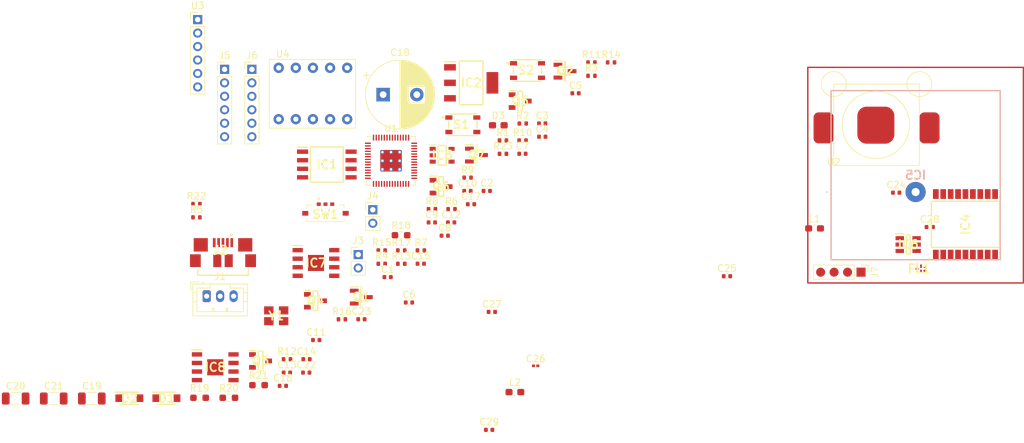
<source format=kicad_pcb>
(kicad_pcb (version 20211014) (generator pcbnew)
  (layers (0 "F.Cu" signal) (31 "B.Cu" signal) (34 "B.Paste" user) (35 "F.Paste" user) (36 "B.SilkS" user "B.Silkscreen") (37 "F.SilkS" user "F.Silkscreen") (38 "B.Mask" user) (39 "F.Mask" user) (44 "Edge.Cuts" user))
  (net 0 "")
  (net 1 "+1V1")
  (net 2 "GND")
  (net 3 "Net-(C2-Pad1)")
  (net 4 "Net-(C5-Pad1)")
  (net 5 "+3V3")
  (net 6 "/+7V4")
  (net 7 "/V_REG")
  (net 8 "Net-(C22-Pad2)")
  (net 9 "+1V8")
  (net 10 "Net-(C24-Pad1)")
  (net 11 "GND2")
  (net 12 "Net-(C25-Pad2)")
  (net 13 "Net-(C26-Pad1)")
  (net 14 "Net-(C27-Pad1)")
  (net 15 "Net-(C27-Pad2)")
  (net 16 "Net-(C28-Pad1)")
  (net 17 "Net-(C28-Pad2)")
  (net 18 "/VBUS")
  (net 19 "Net-(D3-Pad2)")
  (net 20 "/QSPI_SS")
  (net 21 "/QSPI_SD1")
  (net 22 "/QSPI_SD2")
  (net 23 "/QSPI_SD0")
  (net 24 "/QSPI_SCLK")
  (net 25 "/QSPI_SD3")
  (net 26 "/GPIO5_GNSS_RX")
  (net 27 "/GPIO4_GNSS_TX")
  (net 30 "+3V0")
  (net 37 "Net-(IC6-Pad1)")
  (net 38 "GND3")
  (net 39 "/GPIO13_MO_A_2")
  (net 40 "Net-(IC7-Pad6)")
  (net 41 "Net-(IC7-Pad7)")
  (net 42 "Net-(IC7-Pad8)")
  (net 44 "/GPIO14_MO_B_1")
  (net 45 "/GPIO15_MO_B_2")
  (net 46 "Net-(IC8-Pad6)")
  (net 47 "Net-(IC8-Pad7)")
  (net 48 "Net-(IC8-Pad8)")
  (net 50 "GND1")
  (net 51 "/USB_D-")
  (net 52 "/USB_D+")
  (net 54 "Net-(J3-Pad2)")
  (net 55 "Net-(J4-Pad2)")
  (net 56 "/GPIO21_MOE_A_1")
  (net 57 "/GPIO20_MOE_A_2")
  (net 58 "/GPIO22_MOE_B_1")
  (net 59 "/GPIO23_MOE_B_2")
  (net 60 "Net-(Q1-Pad1)")
  (net 61 "Net-(Q2-Pad1)")
  (net 62 "/IMU_SCLK")
  (net 63 "/GPIO18_M_SCK")
  (net 64 "/IMU_SDI")
  (net 65 "/GPIO19_M_SDI_RX")
  (net 66 "/IMU_SDO")
  (net 67 "/GPIO16_M_SDO_TX")
  (net 68 "/IMU_CS")
  (net 69 "/GPIO17_M_CS")
  (net 70 "Net-(Q7-Pad1)")
  (net 71 "/~{USB_BOOT}")
  (net 72 "/XOUT")
  (net 73 "Net-(R4-Pad2)")
  (net 74 "Net-(R5-Pad2)")
  (net 75 "Net-(R6-Pad2)")
  (net 76 "/GPIO25_LED")
  (net 77 "/GPIO3_Nichrome")
  (net 78 "/GPIO24_Nichrome")
  (net 79 "/RUN")
  (net 80 "/GPIO0")
  (net 81 "/GPIO1")
  (net 82 "/GPIO2_ToF_RST")
  (net 83 "/GPIO6")
  (net 84 "/GPIO7")
  (net 85 "/GPIO8_ToF_SDA")
  (net 86 "/GPIO9_ToF_SCL")
  (net 87 "/GPIO10")
  (net 88 "/GPIO11")
  (net 89 "/GPIO12_MO_A_1")
  (net 90 "/XIN")
  (net 91 "/SWCLK")
  (net 92 "/SWD")
  (net 93 "/GPIO20_MOE_A_1")
  (net 94 "/GPIO21_MOE_A_2")
  (net 95 "/GPIO26_ADC0")
  (net 96 "/GPIO27_ADC1")
  (net 97 "/GPIO28_ADC2")
  (net 98 "/GPIO29_ADC3")
  (footprint "Capacitor_SMD:C_0402_1005Metric" (layer "F.Cu") (at 96.11 49.984)
    (fp_text reference "C8" (at 0 -1.16) (layer "F.SilkS"))
    (fp_text value "100n")
    (pad "1" smd roundrect (at -0.48 0) (size 0.56 0.62) (layers "F.Cu" "F.Paste" "F.Mask") (net 5 "+3V3"))
    (pad "2" smd roundrect (at 0.48 0) (size 0.56 0.62) (layers "F.Cu" "F.Paste" "F.Mask") (net 2 "GND"))
  )
  (footprint "Capacitor_SMD:C_0402_1005Metric" (layer "F.Cu") (at 163.12 43.6)
    (fp_text reference "C24" (at 0 -1.16) (layer "F.SilkS"))
    (fp_text value "1p")
    (pad "1" smd roundrect (at -0.48 0) (size 0.56 0.62) (layers "F.Cu" "F.Paste" "F.Mask") (net 10 "Net-(C24-Pad1)"))
    (pad "2" smd roundrect (at 0.48 0) (size 0.56 0.62) (layers "F.Cu" "F.Paste" "F.Mask") (net 11 "GND2"))
  )
  (footprint "Resistor_SMD:R_0402_1005Metric" (layer "F.Cu") (at 117.89 24.264)
    (fp_text reference "R11" (at 0 -1.17) (layer "F.SilkS"))
    (fp_text value "10k")
    (pad "1" smd roundrect (at -0.51 0) (size 0.54 0.64) (layers "F.Cu" "F.Paste" "F.Mask") (net 5 "+3V3"))
    (pad "2" smd roundrect (at 0.51 0) (size 0.54 0.64) (layers "F.Cu" "F.Paste" "F.Mask") (net 65 "/GPIO19_M_SDI_RX"))
  )
  (footprint "SamacSys_Parts:SOIC127P600X175-9N" (layer "F.Cu") (at 76.995 54.034)
    (fp_text reference "IC7" (at 0 0) (layer "F.SilkS") (effects (font (size 1.27 1.27) (thickness 0.254))))
    (fp_text value "TB67H450FNG,EL" hide)
    (pad "1" smd rect locked (at -2.712 -1.905 90) (size 0.65 1.525) (layers "F.Cu" "F.Paste" "F.Mask") (net 38 "GND3"))
    (pad "2" smd rect locked (at -2.712 -0.635 90) (size 0.65 1.525) (layers "F.Cu" "F.Paste" "F.Mask") (net 39 "/GPIO13_MO_A_2"))
    (pad "3" smd rect locked (at -2.712 0.635 90) (size 0.65 1.525) (layers "F.Cu" "F.Paste" "F.Mask") (net 39 "/GPIO13_MO_A_2"))
    (pad "4" smd rect locked (at -2.712 1.905 90) (size 0.65 1.525) (layers "F.Cu" "F.Paste" "F.Mask") (net 5 "+3V3"))
    (pad "5" smd rect locked (at 2.712 1.905 90) (size 0.65 1.525) (layers "F.Cu" "F.Paste" "F.Mask") (net 6 "/+7V4"))
    (pad "6" smd rect locked (at 2.712 0.635 90) (size 0.65 1.525) (layers "F.Cu" "F.Paste" "F.Mask") (net 40 "Net-(IC7-Pad6)"))
    (pad "7" smd rect locked (at 2.712 -0.635 90) (size 0.65 1.525) (layers "F.Cu" "F.Paste" "F.Mask") (net 41 "Net-(IC7-Pad7)"))
    (pad "8" smd rect locked (at 2.712 -1.905 90) (size 0.65 1.525) (layers "F.Cu" "F.Paste" "F.Mask") (net 42 "Net-(IC7-Pad8)"))
    (pad "9" smd rect locked (at 0 0) (size 2.39 2.39) (layers "F.Cu" "F.Paste" "F.Mask"))
  )
  (footprint "SamacSys_Parts:SOIC127P790X216-8N" (layer "F.Cu") (at 78.605 39.419)
    (fp_text reference "IC1" (at 0 0) (layer "F.SilkS") (effects (font (size 1.27 1.27) (thickness 0.254))))
    (fp_text value "W25Q128JVSIQ" hide)
    (pad "1" smd rect locked (at -3.6 -1.905 90) (size 0.65 1.65) (layers "F.Cu" "F.Paste" "F.Mask") (net 20 "/QSPI_SS"))
    (pad "2" smd rect locked (at -3.6 -0.635 90) (size 0.65 1.65) (layers "F.Cu" "F.Paste" "F.Mask") (net 21 "/QSPI_SD1"))
    (pad "3" smd rect locked (at -3.6 0.635 90) (size 0.65 1.65) (layers "F.Cu" "F.Paste" "F.Mask") (net 22 "/QSPI_SD2"))
    (pad "4" smd rect locked (at -3.6 1.905 90) (size 0.65 1.65) (layers "F.Cu" "F.Paste" "F.Mask") (net 2 "GND"))
    (pad "5" smd rect locked (at 3.6 1.905 90) (size 0.65 1.65) (layers "F.Cu" "F.Paste" "F.Mask") (net 23 "/QSPI_SD0"))
    (pad "6" smd rect locked (at 3.6 0.635 90) (size 0.65 1.65) (layers "F.Cu" "F.Paste" "F.Mask") (net 24 "/QSPI_SCLK"))
    (pad "7" smd rect locked (at 3.6 -0.635 90) (size 0.65 1.65) (layers "F.Cu" "F.Paste" "F.Mask") (net 25 "/QSPI_SD3"))
    (pad "8" smd rect locked (at 3.6 -1.905 90) (size 0.65 1.65) (layers "F.Cu" "F.Paste" "F.Mask") (net 5 "+3V3"))
  )
  (footprint "Capacitor_SMD:C_0402_1005Metric" (layer "F.Cu") (at 110.58 33.324)
    (fp_text reference "C3" (at 0 -1.16) (layer "F.SilkS"))
    (fp_text value "100n")
    (pad "1" smd roundrect (at -0.48 0) (size 0.56 0.62) (layers "F.Cu" "F.Paste" "F.Mask") (net 1 "+1V1"))
    (pad "2" smd roundrect (at 0.48 0) (size 0.56 0.62) (layers "F.Cu" "F.Paste" "F.Mask") (net 2 "GND"))
  )
  (footprint "Capacitor_SMD:C_1206_3216Metric" (layer "F.Cu") (at 32.42 74.154)
    (fp_text reference "C20" (at 0 -1.85) (layer "F.SilkS"))
    (fp_text value "100u")
    (pad "1" smd roundrect (at -1.475 0) (size 1.15 1.8) (layers "F.Cu" "F.Paste" "F.Mask") (roundrect_rratio 0.217391) (net 5 "+3V3"))
    (pad "2" smd roundrect (at 1.475 0) (size 1.15 1.8) (layers "F.Cu" "F.Paste" "F.Mask") (roundrect_rratio 0.217391) (net 2 "GND"))
  )
  (footprint "Resistor_SMD:R_0402_1005Metric" (layer "F.Cu") (at 72.7 68.324)
    (fp_text reference "R12" (at 0 -1.17) (layer "F.SilkS"))
    (fp_text value "10k")
    (pad "1" smd roundrect (at -0.51 0) (size 0.54 0.64) (layers "F.Cu" "F.Paste" "F.Mask") (net 5 "+3V3"))
    (pad "2" smd roundrect (at 0.51 0) (size 0.54 0.64) (layers "F.Cu" "F.Paste" "F.Mask") (net 67 "/GPIO16_M_SDO_TX"))
  )
  (footprint "SamacSys_Parts:SMT_4.2X3.2_" (layer "F.Cu") (at 108.39437 25.469)
    (fp_text reference "S2" (at -0.23333 -0.0507) (layer "F.SilkS") (effects (font (size 1.27 1.27) (thickness 0.254))))
    (fp_text value "SKRPACE010" hide)
    (pad "1" smd rect locked (at -2.075 -1.075 90) (size 0.65 1.05) (layers "F.Cu" "F.Paste" "F.Mask") (net 79 "/RUN"))
    (pad "2" smd rect locked (at 2.075 -1.075 90) (size 0.65 1.05) (layers "F.Cu" "F.Paste" "F.Mask") (net 79 "/RUN"))
    (pad "3" smd rect locked (at -2.075 1.075 90) (size 0.65 1.05) (layers "F.Cu" "F.Paste" "F.Mask") (net 2 "GND"))
    (pad "4" smd rect locked (at 2.075 1.075 90) (size 0.65 1.05) (layers "F.Cu" "F.Paste" "F.Mask") (net 2 "GND"))
  )
  (footprint "Resistor_SMD:R_0402_1005Metric" (layer "F.Cu") (at 104.75 37.834)
    (fp_text reference "R23" (at 0 -1.17) (layer "F.SilkS"))
    (fp_text value "10k")
    (pad "1" smd roundrect (at -0.51 0) (size 0.54 0.64) (layers "F.Cu" "F.Paste" "F.Mask") (net 70 "Net-(Q7-Pad1)"))
    (pad "2" smd roundrect (at 0.51 0) (size 0.54 0.64) (layers "F.Cu" "F.Paste" "F.Mask") (net 2 "GND"))
  )
  (footprint "Resistor_SMD:R_0402_1005Metric" (layer "F.Cu") (at 89.66 54.154)
    (fp_text reference "R13" (at 0 -1.17) (layer "F.SilkS"))
    (fp_text value "10k")
    (pad "1" smd roundrect (at -0.51 0) (size 0.54 0.64) (layers "F.Cu" "F.Paste" "F.Mask") (net 5 "+3V3"))
    (pad "2" smd roundrect (at 0.51 0) (size 0.54 0.64) (layers "F.Cu" "F.Paste" "F.Mask") (net 69 "/GPIO17_M_CS"))
  )
  (footprint "Resistor_SMD:R_0402_1005Metric" (layer "F.Cu") (at 97.12 46.034)
    (fp_text reference "R6" (at 0 -1.17) (layer "F.SilkS"))
    (fp_text value "27")
    (pad "1" smd roundrect (at -0.51 0) (size 0.54 0.64) (layers "F.Cu" "F.Paste" "F.Mask") (net 51 "/USB_D-"))
    (pad "2" smd roundrect (at 0.51 0) (size 0.54 0.64) (layers "F.Cu" "F.Paste" "F.Mask") (net 75 "Net-(R6-Pad2)"))
  )
  (footprint "Connector_PinHeader_2.00mm:PinHeader_1x02_P2.00mm_Vertical" (layer "F.Cu") (at 85.43 46.134)
    (fp_text reference "J4" (at 0 -2.06) (layer "F.SilkS"))
    (fp_text value "Conn_01x02_Male")
    (pad "1" thru_hole rect (at 0 0) (size 1.35 1.35) (drill 0.8) (layers *.Cu *.Mask) (net 6 "/+7V4"))
    (pad "2" thru_hole oval (at 0 2) (size 1.35 1.35) (drill 0.8) (layers *.Cu *.Mask) (net 55 "Net-(J4-Pad2)"))
  )
  (footprint "Connector_PinHeader_2.00mm:PinHeader_1x06_P2.00mm_Vertical" (layer "F.Cu") (at 67.48 25.294)
    (fp_text reference "J6" (at 0 -2.06) (layer "F.SilkS"))
    (fp_text value "Conn_01x06_Female")
    (pad "1" thru_hole rect (at 0 0) (size 1.35 1.35) (drill 0.8) (layers *.Cu *.Mask) (net 44 "/GPIO14_MO_B_1"))
    (pad "2" thru_hole oval (at 0 2) (size 1.35 1.35) (drill 0.8) (layers *.Cu *.Mask) (net 45 "/GPIO15_MO_B_2"))
    (pad "3" thru_hole oval (at 0 4) (size 1.35 1.35) (drill 0.8) (layers *.Cu *.Mask) (net 5 "+3V3"))
    (pad "4" thru_hole oval (at 0 6) (size 1.35 1.35) (drill 0.8) (layers *.Cu *.Mask) (net 58 "/GPIO22_MOE_B_1"))
    (pad "5" thru_hole oval (at 0 8) (size 1.35 1.35) (drill 0.8) (layers *.Cu *.Mask) (net 59 "/GPIO23_MOE_B_2"))
    (pad "6" thru_hole oval (at 0 10) (size 1.35 1.35) (drill 0.8) (layers *.Cu *.Mask) (net 2 "GND"))
  )
  (footprint "SamacSys_Parts:SOT95P240X120-3N" (layer "F.Cu") (at 95.57 42.704)
    (fp_text reference "Q6" (at 0 0) (layer "F.SilkS") (effects (font (size 1.27 1.27) (thickness 0.254))))
    (fp_text value "BSS138" hide)
    (pad "1" smd rect locked (at -1.2 -0.95 90) (size 0.7 1) (layers "F.Cu" "F.Paste" "F.Mask") (net 9 "+1V8"))
    (pad "2" smd rect locked (at -1.2 0.95 90) (size 0.7 1) (layers "F.Cu" "F.Paste" "F.Mask") (net 68 "/IMU_CS"))
    (pad "3" smd rect locked (at 1.2 0 90) (size 0.7 1) (layers "F.Cu" "F.Paste" "F.Mask") (net 69 "/GPIO17_M_CS"))
  )
  (footprint "Capacitor_SMD:C_0402_1005Metric" (layer "F.Cu") (at 77.03 65.474)
    (fp_text reference "C11" (at 0 -1.16) (layer "F.SilkS"))
    (fp_text value "100n")
    (pad "1" smd roundrect (at -0.48 0) (size 0.56 0.62) (layers "F.Cu" "F.Paste" "F.Mask") (net 5 "+3V3"))
    (pad "2" smd roundrect (at 0.48 0) (size 0.56 0.62) (layers "F.Cu" "F.Paste" "F.Mask") (net 2 "GND"))
  )
  (footprint "Inductor_SMD:L_0603_1608Metric_Pad1.05x0.95mm_HandSolder" (layer "F.Cu") (at 151 48.9)
    (fp_text reference "L1" (at 0 -1.43) (layer "F.SilkS"))
    (fp_text value "5.6n")
    (pad "1" smd roundrect (at -0.875 0) (size 1.05 0.95) (layers "F.Cu" "F.Paste" "F.Mask") (net 12 "Net-(C25-Pad2)"))
    (pad "2" smd roundrect (at 0.875 0) (size 1.05 0.95) (layers "F.Cu" "F.Paste" "F.Mask") (net 37 "Net-(IC6-Pad1)"))
  )
  (footprint "Connector_JST:JST_PH_B3B-PH-K_1x03_P2.00mm_Vertical" (layer "F.Cu") (at 60.77 58.964)
    (fp_text reference "J1" (at 2 -2.9) (layer "F.SilkS"))
    (fp_text value "Conn_01x02_Male")
    (pad "1" thru_hole roundrect (at 0 0) (size 1.2 1.75) (drill 0.75) (layers *.Cu *.Mask) (roundrect_rratio 0.208333) (net 6 "/+7V4"))
    (pad "2" thru_hole oval (at 2 0) (size 1.2 1.75) (drill 0.75) (layers *.Cu *.Mask))
    (pad "3" thru_hole oval (at 4 0) (size 1.2 1.75) (drill 0.75) (layers *.Cu *.Mask) (net 50 "GND1"))
  )
  (footprint "Connector_PinHeader_2.00mm:PinHeader_1x02_P2.00mm_Vertical" (layer "F.Cu") (at 83.27 52.784)
    (fp_text reference "J3" (at 0 -2.06) (layer "F.SilkS"))
    (fp_text value "Conn_01x02_Male")
    (pad "1" thru_hole rect (at 0 0) (size 1.35 1.35) (drill 0.8) (layers *.Cu *.Mask) (net 6 "/+7V4"))
    (pad "2" thru_hole oval (at 0 2) (size 1.35 1.35) (drill 0.8) (layers *.Cu *.Mask) (net 54 "Net-(J3-Pad2)"))
  )
  (footprint "SamacSys_Parts:SOT95P240X120-3N" (layer "F.Cu") (at 76.92 59.644)
    (fp_text reference "Q4" (at 0 0) (layer "F.SilkS") (effects (font (size 1.27 1.27) (thickness 0.254))))
    (fp_text value "BSS138" hide)
    (pad "1" smd rect locked (at -1.2 -0.95 90) (size 0.7 1) (layers "F.Cu" "F.Paste" "F.Mask") (net 9 "+1V8"))
    (pad "2" smd rect locked (at -1.2 0.95 90) (size 0.7 1) (layers "F.Cu" "F.Paste" "F.Mask") (net 64 "/IMU_SDI"))
    (pad "3" smd rect locked (at 1.2 0 90) (size 0.7 1) (layers "F.Cu" "F.Paste" "F.Mask") (net 65 "/GPIO19_M_SDI_RX"))
  )
  (footprint "SamacSys_Parts:ZX62R-B-5P_30_" (layer "F.Cu") (at 63.195 55.844)
    (fp_text reference "J2" (at -0.386 -3.695) (layer "F.SilkS") (effects (font (size 1.27 1.27) (thickness 0.254))))
    (fp_text value "USB_B_Micro" hide)
    (pad "1" smd rect locked (at 1.3 -4.825) (size 0.4 1.35) (layers "F.Cu" "F.Paste" "F.Mask") (net 18 "/VBUS"))
    (pad "2" smd rect locked (at 0.65 -4.825) (size 0.4 1.35) (layers "F.Cu" "F.Paste" "F.Mask") (net 51 "/USB_D-"))
    (pad "3" smd rect locked (at 0 -4.825) (size 0.4 1.35) (layers "F.Cu" "F.Paste" "F.Mask") (net 52 "/USB_D+"))
    (pad "4" smd rect locked (at -0.65 -4.825) (size 0.4 1.35) (layers "F.Cu" "F.Paste" "F.Mask"))
    (pad "5" smd rect locked (at -1.3 -4.825) (size 0.4 1.35) (layers "F.Cu" "F.Paste" "F.Mask") (net 2 "GND"))
    (pad "6" smd rect locked (at -3.3 -4.5 90) (size 2 2.1) (layers "F.Cu" "F.Paste" "F.Mask"))
    (pad "7" smd rect locked (at 3.3 -4.5 90) (size 2 2.1) (layers "F.Cu" "F.Paste" "F.Mask"))
    (pad "8" smd rect locked (at -4.1 -2.15) (size 1.6 1.9) (layers "F.Cu" "F.Paste" "F.Mask") (net 2 "GND"))
    (pad "9" smd rect locked (at 4.1 -2.15) (size 1.6 1.9) (layers "F.Cu" "F.Paste" "F.Mask"))
    (pad "10" smd rect locked (at -0.85 -2.15) (size 1.2 1.9) (layers "F.Cu" "F.Paste" "F.Mask"))
    (pad "11" smd rect locked (at 0.85 -2.15) (size 1.2 1.9) (layers "F.Cu" "F.Paste" "F.Mask"))
  )
  (footprint "Capacitor_SMD:C_0402_1005Metric" (layer "F.Cu") (at 103.1 61.3)
    (fp_text reference "C27" (at 0 -1.16) (layer "F.SilkS"))
    (fp_text value "120p")
    (pad "1" smd roundrect (at -0.48 0) (size 0.56 0.62) (layers "F.Cu" "F.Paste" "F.Mask") (net 14 "Net-(C27-Pad1)"))
    (pad "2" smd roundrect (at 0.48 0) (size 0.56 0.62) (layers "F.Cu" "F.Paste" "F.Mask") (net 15 "Net-(C27-Pad2)"))
  )
  (footprint "Capacitor_SMD:C_0402_1005Metric" (layer "F.Cu") (at 72.08 72.274)
    (fp_text reference "C16" (at 0 -1.16) (layer "F.SilkS"))
    (fp_text value "1u")
    (pad "1" smd roundrect (at -0.48 0) (size 0.56 0.62) (layers "F.Cu" "F.Paste" "F.Mask") (net 5 "+3V3"))
    (pad "2" smd roundrect (at 0.48 0) (size 0.56 0.62) (layers "F.Cu" "F.Paste" "F.Mask") (net 2 "GND"))
  )
  (footprint "Resistor_SMD:R_0603_1608Metric_Pad0.98x0.95mm_HandSolder" (layer "F.Cu") (at 89.63 49.914)
    (fp_text reference "R18" (at 0 -1.43) (layer "F.SilkS"))
    (fp_text value "R")
    (pad "1" smd roundrect (at -0.9125 0) (size 0.975 0.95) (layers "F.Cu" "F.Paste" "F.Mask") (net 38 "GND3"))
    (pad "2" smd roundrect (at 0.9125 0) (size 0.975 0.95) (layers "F.Cu" "F.Paste" "F.Mask") (net 41 "Net-(IC7-Pad7)"))
  )
  (footprint "Capacitor_THT:CP_Radial_D10.0mm_P5.00mm" (layer "F.Cu") (at 86.964646 29.044)
    (fp_text reference "C18" (at 2.5 -6.25) (layer "F.SilkS"))
    (fp_text value "1000u")
    (pad "1" thru_hole rect (at 0 0) (size 2 2) (drill 1) (layers *.Cu *.Mask) (net 6 "/+7V4"))
    (pad "2" thru_hole circle (at 5 0) (size 2 2) (drill 1) (layers *.Cu *.Mask) (net 2 "GND"))
  )
  (footprint "Resistor_SMD:R_0402_1005Metric" (layer "F.Cu") (at 104.75 35.844)
    (fp_text reference "R1" (at 0 -1.17) (layer "F.SilkS"))
    (fp_text value "10k")
    (pad "1" smd roundrect (at -0.51 0) (size 0.54 0.64) (layers "F.Cu" "F.Paste" "F.Mask") (net 60 "Net-(Q1-Pad1)"))
    (pad "2" smd roundrect (at 0.51 0) (size 0.54 0.64) (layers "F.Cu" "F.Paste" "F.Mask") (net 50 "GND1"))
  )
  (footprint "tanekonsat:ICM-20948_SL" (layer "F.Cu") (at 71.465 35.229)
    (fp_text reference "U4" (at 0.6 -12.2 unlocked) (layer "F.SilkS"))
    (fp_text value "ICM-20948_SL")
    (pad "1" thru_hole circle (at 0 -2.54) (size 1.524 1.524) (drill 0.762) (layers *.Cu *.Mask) (net 9 "+1V8"))
    (pad "2" thru_hole circle (at 2.54 -2.54) (size 1.524 1.524) (drill 0.762) (layers *.Cu *.Mask) (net 9 "+1V8"))
    (pad "3" thru_hole circle (at 5.08 -2.54) (size 1.524 1.524) (drill 0.762) (layers *.Cu *.Mask) (net 62 "/IMU_SCLK"))
    (pad "4" thru_hole circle (at 7.62 -2.54) (size 1.524 1.524) (drill 0.762) (layers *.Cu *.Mask) (net 64 "/IMU_SDI"))
    (pad "5" thru_hole circle (at 10.16 -2.54) (size 1.524 1.524) (drill 0.762) (layers *.Cu *.Mask) (net 66 "/IMU_SDO"))
    (pad "6" thru_hole circle (at 10.16 -10.16) (size 1.524 1.524) (drill 0.762) (layers *.Cu *.Mask) (net 68 "/IMU_CS"))
    (pad "7" thru_hole circle (at 7.62 -10.16) (size 1.524 1.524) (drill 0.762) (layers *.Cu *.Mask))
    (pad "8" thru_hole circle (at 5.08 -10.16) (size 1.524 1.524) (drill 0.762) (layers *.Cu *.Mask))
    (pad "9" thru_hole circle (at 2.54 -10.16) (size 1.524 1.524) (drill 0.762) (layers *.Cu *.Mask) (net 2 "GND"))
    (pad "10" thru_hole circle (at 0 -10.16) (size 1.524 1.524) (drill 0.762) (layers *.Cu *.Mask))
  )
  (footprint "Resistor_SMD:R_0402_1005Metric" (layer "F.Cu") (at 86.75 54.154)
    (fp_text reference "R4" (at 0 -1.17) (layer "F.SilkS"))
    (fp_text value "1k")
    (pad "1" smd roundrect (at -0.51 0) (size 0.54 0.64) (layers "F.Cu" "F.Paste" "F.Mask") (net 72 "/XOUT"))
    (pad "2" smd roundrect (at 0.51 0) (size 0.54 0.64) (layers "F.Cu" "F.Paste" "F.Mask") (net 73 "Net-(R4-Pad2)"))
  )
  (footprint "Resistor_SMD:R_0402_1005Metric" (layer "F.Cu") (at 94.21 46.034)
    (fp_text reference "R8" (at 0 -1.17) (layer "F.SilkS"))
    (fp_text value "1k")
    (pad "1" smd roundrect (at -0.51 0) (size 0.54 0.64) (layers "F.Cu" "F.Paste" "F.Mask") (net 77 "/GPIO3_Nichrome"))
    (pad "2" smd roundrect (at 0.51 0) (size 0.54 0.64) (layers "F.Cu" "F.Paste" "F.Mask") (net 61 "Net-(Q2-Pad1)"))
  )
  (footprint "SamacSys_Parts:SOT230P700X180-4N" (layer "F.Cu") (at 100.035 27.294)
    (fp_text reference "IC2" (at 0 0) (layer "F.SilkS") (effects (font (size 1.27 1.27) (thickness 0.254))))
    (fp_text value "ADP3338AKCZ-3.3-RL" hide)
    (pad "1" smd rect locked (at -3.15 -2.3 90) (size 0.95 1.75) (layers "F.Cu" "F.Paste" "F.Mask") (net 2 "GND"))
    (pad "2" smd rect locked (at -3.15 0 90) (size 0.95 1.75) (layers "F.Cu" "F.Paste" "F.Mask") (net 5 "+3V3"))
    (pad "3" smd rect locked (at -3.15 2.3 90) (size 0.95 1.75) (layers "F.Cu" "F.Paste" "F.Mask") (net 7 "/V_REG"))
    (pad "4" smd rect locked (at 3.15 0) (size 1.75 3.2) (layers "F.Cu" "F.Paste" "F.Mask") (net 5 "+3V3"))
  )
  (footprint "RP2040:RP2040-QFN-56" (layer "F.Cu") (at 88.138 38.862)
    (fp_text reference "U1" (at 0 -4.82) (layer "F.SilkS"))
    (fp_text value "RP2040")
    (pad "1" smd roundrect (at -3.4375 -2.6) (size 0.875 0.2) (layers "F.Cu" "F.Paste" "F.Mask") (net 5 "+3V3"))
    (pad "2" smd roundrect (at -3.4375 -2.2) (size 0.875 0.2) (layers "F.Cu" "F.Paste" "F.Mask") (net 80 "/GPIO0"))
    (pad "3" smd roundrect (at -3.4375 -1.8) (size 0.875 0.2) (layers "F.Cu" "F.Paste" "F.Mask") (net 81 "/GPIO1"))
    (pad "4" smd roundrect (at -3.4375 -1.4) (size 0.875 0.2) (layers "F.Cu" "F.Paste" "F.Mask") (net 82 "/GPIO2_ToF_RST"))
    (pad "5" smd roundrect (at -3.4375 -1) (size 0.875 0.2) (layers "F.Cu" "F.Paste" "F.Mask") (net 77 "/GPIO3_Nichrome"))
    (pad "6" smd roundrect (at -3.4375 -0.6) (size 0.875 0.2) (layers "F.Cu" "F.Paste" "F.Mask") (net 27 "/GPIO4_GNSS_TX"))
    (pad "7" smd roundrect (at -3.4375 -0.2) (size 0.875 0.2) (layers "F.Cu" "F.Paste" "F.Mask") (net 26 "/GPIO5_GNSS_RX"))
    (pad "8" smd roundrect (at -3.4375 0.2) (size 0.875 0.2) (layers "F.Cu" "F.Paste" "F.Mask") (net 83 "/GPIO6"))
    (pad "9" smd roundrect (at -3.4375 0.6) (size 0.875 0.2) (layers "F.Cu" "F.Paste" "F.Mask") (net 84 "/GPIO7"))
    (pad "10" smd roundrect (at -3.4375 1) (size 0.875 0.2) (layers "F.Cu" "F.Paste" "F.Mask") (net 5 "+3V3"))
    (pad "11" smd roundrect (at -3.4375 1.4) (size 0.875 0.2) (layers "F.Cu" "F.Paste" "F.Mask") (net 85 "/GPIO8_ToF_SDA"))
    (pad "12" smd roundrect (at -3.4375 1.8) (size 0.875 0.2) (layers "F.Cu" "F.Paste" "F.Mask") (net 86 "/GPIO9_ToF_SCL"))
    (pad "13" smd roundrect (at -3.4375 2.2) (size 0.875 0.2) (layers "F.Cu" "F.Paste" "F.Mask") (net 87 "/GPIO10"))
    (pad "14" smd roundrect (at -3.4375 2.6) (size 0.875 0.2) (layers "F.Cu" "F.Paste" "F.Mask") (net 88 "/GPIO11"))
    (pad "15" smd roundrect (at -2.6 3.4375) (size 0.2 0.875) (layers "F.Cu" "F.Paste" "F.Mask") (net 89 "/GPIO12_MO_A_1"))
    (pad "16" smd roundrect (at -2.2 3.4375) (size 0.2 0.875) (layers "F.Cu" "F.Paste" "F.Mask") (net 39 "/GPIO13_MO_A_2"))
    (pad "17" smd roundrect (at -1.8 3.4375) (size 0.2 0.875) (layers "F.Cu" "F.Paste" "F.Mask") (net 44 "/GPIO14_MO_B_1"))
    (pad "18" smd roundrect (at -1.4 3.4375) (size 0.2 0.875) (layers "F.Cu" "F.Paste" "F.Mask") (net 45 "/GPIO15_MO_B_2"))
    (pad "19" smd roundrect (at -1 3.4375) (size 0.2 0.875) (layers "F.Cu" "F.Paste" "F.Mask") (net 2 "GND"))
    (pad "20" smd roundrect (at -0.6 3.4375) (size 0.2 0.875) (layers "F.Cu" "F.Paste" "F.Mask") (net 90 "/XIN"))
    (pad "21" smd roundrect (at -0.2 3.4375) (size 0.2 0.875) (layers "F.Cu" "F.Paste" "F.Mask") (net 72 "/XOUT"))
    (pad "22" smd roundrect (at 0.2 3.4375) (size 0.2 0.875) (layers "F.Cu" "F.Paste" "F.Mask") (net 5 "+3V3"))
    (pad "23" smd roundrect (at 0.6 3.4375) (size 0.2 0.875) (layers "F.Cu" "F.Paste" "F.Mask") (net 1 "+1V1"))
    (pad "24" smd roundrect (at 1 3.4375) (size 0.2 0.875) (layers "F.Cu" "F.Paste" "F.Mask") (net 91 "/SWCLK"))
    (pad "25" smd roundrect (at 1.4 3.4375) (size 0.2 0.875) (layers "F.Cu" "F.Paste" "F.Mask") (net 92 "/SWD"))
    (pad "26" smd roundrect (at 1.8 3.4375) (size 0.2 0.875) (layers "F.Cu" "F.Paste" "F.Mask") (net 79 "/RUN"))
    (pad "27" smd roundrect (at 2.2 3.4375) (size 0.2 0.875) (layers "F.Cu" "F.Paste" "F.Mask") (net 67 "/GPIO16_M_SDO_TX"))
    (pad "28" smd roundrect (at 2.6 3.4375) (size 0.2 0.875) (layers "F.Cu" "F.Paste" "F.Mask") (net 69 "/GPIO17_M_CS"))
    (pad "29" smd roundrect (at 3.4375 2.6) (size 0.875 0.2) (layers "F.Cu" "F.Paste" "F.Mask") (net 63 "/GPIO18_M_SCK"))
    (pad "30" smd roundrect (at 3.4375 2.2) (size 0.875 0.2) (layers "F.Cu" "F.Paste" "F.Mask") (net 65 "/GPIO19_M_SDI_RX"))
    (pad "31" smd roundrect (at 3.4375 1.8) (size 0.875 0.2) (layers "F.Cu" "F.Paste" "F.Mask") (net 93 "/GPIO20_MOE_A_1"))
    (pad "32" smd roundrect (at 3.4375 1.4) (size 0.875 0.2) (layers "F.Cu" "F.Paste" "F.Mask") (net 94 "/GPIO21_MOE_A_2"))
    (pad "33" smd roundrect (at 3.4375 1) (size 0.875 0.2) (layers "F.Cu" "F.Paste" "F.Mask") (net 5 "+3V3"))
    (pad "34" smd roundrect (at 3.4375 0.6) (size 0.875 0.2) (layers "F.Cu" "F.Paste" "F.Mask") (net 58 "/GPIO22_MOE_B_1"))
    (pad "35" smd roundrect (at 3.4375 0.2) (size 0.875 0.2) (layers "F.Cu" "F.Paste" "F.Mask") (net 59 "/GPIO23_MOE_B_2"))
    (pad "36" smd roundrect (at 3.4375 -0.2) (size 0.875 0.2) (layers "F.Cu" "F.Paste" "F.Mask") (net 78 "/GPIO24_Nichrome"))
    (pad "37" smd roundrect (at 3.4375 -0.6) (size 0.875 0.2) (layers "F.Cu" "F.Paste" "F.Mask") (net 76 "/GPIO25_LED"))
    (pad "38" smd roundrect (at 3.4375 -1) (size 0.875 0.2) (layers "F.Cu" "F.Paste" "F.Mask") (net 95 "/GPIO26_ADC0"))
    (pad "39" smd roundrect (at 3.4375 -1.4) (size 0.875 0.2) (layers "F.Cu" "F.Paste" "F.Mask") (net 96 "/GPIO27_ADC1"))
    (pad "40" smd roundrect (at 3.4375 -1.8) (size 0.875 0.2) (layers "F.Cu" "F.Paste" "F.Mask") (net 97 "/GPIO28_ADC2"))
    (pad "41" smd roundrect (at 3.4375 -2.2) (size 0.875 0.2) (layers "F.Cu" "F.Paste" "F.Mask") (net 98 "/GPIO29_ADC3"))
    (pad "42" smd roundrect (at 3.4375 -2.6) (size 0.875 0.2) (layers "F.Cu" "F.Paste" "F.Mask") (net 5 "+3V3"))
    (pad "43" smd roundrect (at 2.6 -3.4375) (size 0.2 0.875) (layers "F.Cu" "F.Paste" "F.Mask") (net 5 "+3V3"))
    (pad "44" smd roundrect (at 2.2 -3.4375) (size 0.2 0.875) (layers "F.Cu" "F.Paste" "F.Mask") (net 5 "+3V3"))
    (pad "45" smd roundrect (at 1.8 -3.4375) (size 0.2 0.875) (layers "F.Cu" "F.Paste" "F.Mask") (net 1 "+1V1"))
    (pad "46" smd roundrect (at 1.4 -3.4375) (size 0.2 0.875) (layers "F.Cu" "F.Paste" "F.Mask") (net 75 "Net-(R6-Pad2)"))
    (pad "47" smd roundrect (at 1 -3.4375) (size 0.2 0.875) (layers "F.Cu" "F.Paste" "F.Mask") (net 74 "Net-(R5-Pad2)"))
    (pad "48" smd roundrect (at 0.6 -3.4375) (size 0.2 0.875) (layers "F.Cu" "F.Paste" "F.Mask") (net 5 "+3V3"))
    (pad "49" smd roundrect (at 0.2 -3.4375) (size 0.2 0.875) (layers "F.Cu" "F.Paste" "F.Mask") (net 5 "+3V3"))
    (pad "50" smd roundrect (at -0.2 -3.4375) (size 0.2 0.875) (layers "F.Cu" "F.Paste" "F.Mask") (net 1 "+1V1"))
    (pad "51" smd roundrect (at -0.6 -3.4375) (size 0.2 0.875) (layers "F.Cu" "F.Paste" "F.Mask") (net 25 "/QSPI_SD3"))
    (pad "52" smd roundrect (at -1 -3.4375) (size 0.2 0.875) (layers "F.Cu" "F.Paste" "F.Mask") (net 24 "/QSPI_SCLK"))
    (pad "53" smd roundrect (at -1.4 -3.4375) (size 0.2 0.875) (layers "F.Cu" "F.Paste" "F.Mask") (net 23 "/QSPI_SD0"))
    (pad "54" smd roundrect (at -1.8 -3.4375) (size 0.2 0.875) (layers "F.Cu" "F.Paste" "F.Mask") (net 22 "/QSPI_SD2"))
    (pad "55" smd roundrect (at -2.2 -3.4375) (size 0.2 0.875) (layers "F.Cu" "F.Paste" "F.Mask") (net 21 "/QSPI_SD1"))
    (pad "56" smd roundrect (at -2.6 -3.4375) (size 0.2 0.875) (layers "F.Cu" "F.Paste" "F.Mask") (net 20 "/QSPI_SS"))
    (pad "57" thru_hole circle (at 0 1.275) (size 0.6 0.6) (drill 0.35) (layers *.Cu) (net 2 "GND"))
    (pad "57" thru_hole circle (at -1.275 -1.275) (size 0.6 0.6) (drill 0.35) (layers *.Cu) (net 2 "GND"))
    (pad "57" thru_hole circle (at 0 0) (size 0.6 0.6) (drill 0.35) (layers *.Cu) (net 2 "GND"))
    (pad "57" thru_hole circle (at -1.275 0) (size 0.6 0.6) (drill 0.35) (layers *.Cu) (net 2 "GND"))
    (pad "57" thru_hole circle (at 0 -1.275) (size 0.6 0.6) (drill 0.35) (layers *.Cu) (net 2 "GND"))
    (pad "57" thru_hole circle (at 1.275 -1.275) (size 0.6 0.6) (drill 0.35) (layers *.Cu) (net 2 "GND"))
    (pad "57" thru_hole circle (at 1.275 1.275) (size 0.6 0.6) (drill 0.35) (layers *.Cu) (net 2 "GND"))
    (pad "57" smd roundrect (at 0 0) (size 3.2 3.2) (layers "F.Cu" "F.Mask") (roundrect_rratio 0.045) (net 2 "GND"))
    (pad "57" thru_hole circle (at 1.275 0) (size 0.6 0.6) (drill 0.35) (layers *.Cu) (net 2 "GND"))
    (pad "57" thru_hole circle (at -1.275 1.275) (size 0.6 0.6) (drill 0.35) (layers *.Cu) (net 2 "GND"))
  )
  (footprint "Capacitor_SMD:C_0402_1005Metric" (layer "F.Cu") (at 110.58 35.294)
    (fp_text reference "C4" (at 0 -1.16) (layer "F.SilkS"))
    (fp_text value "1u")
    (pad "1" smd roundrect (at -0.48 0) (size 0.56 0.62) (layers "F.Cu" "F.Paste" "F.Mask") (net 1 "+1V1"))
    (pad "2" smd roundrect (at 0.48 0) (size 0.56 0.62) (layers "F.Cu" "F.Paste" "F.Mask") (net 2 "GND"))
  )
  (footprint "SamacSys_Parts:SOT95P237X112-3N" (layer "F.Cu") (at 100.82 38.014)
    (fp_text reference "Q7" (at 0 0) (layer "F.SilkS") (effects (font (size 1.27 1.27) (thickness 0.254))))
    (fp_text value "Q_NMOS_DGS" hide)
    (pad "1" smd rect locked (at -1.05 -0.95 90) (size 0.6 1.3) (layers "F.Cu" "F.Paste" "F.Mask") (net 70 "Net-(Q7-Pad1)"))
    (pad "2" smd rect locked (at -1.05 0.95 90) (size 0.6 1.3) (layers "F.Cu" "F.Paste" "F.Mask") (net 2 "GND"))
    (pad "3" smd rect locked (at 1.05 0 90) (size 0.6 1.3) (layers "F.Cu" "F.Paste" "F.Mask") (net 55 "Net-(J4-Pad2)"))
  )
  (footprint "SamacSys_Parts:SOT95P280X145-6N" (layer "F.Cu") (at 164.9 51.3)
    (fp_text reference "IC6" (at 0 0) (layer "F.SilkS") (effects (font (size 1.27 1.27) (thickness 0.254))))
    (fp_text value "MAX2641EUT+T" hide)
    (pad "1" smd rect locked (at -1.25 -0.95 90) (size 0.6 1.25) (layers "F.Cu" "F.Paste" "F.Mask") (net 37 "Net-(IC6-Pad1)"))
    (pad "2" smd rect locked (at -1.25 0 90) (size 0.6 1.25) (layers "F.Cu" "F.Paste" "F.Mask") (net 11 "GND2"))
    (pad "3" smd rect locked (at -1.25 0.95 90) (size 0.6 1.25) (layers "F.Cu" "F.Paste" "F.Mask") (net 11 "GND2"))
    (pad "4" smd rect locked (at 1.25 0.95 90) (size 0.6 1.25) (layers "F.Cu" "F.Paste" "F.Mask") (net 16 "Net-(C28-Pad1)"))
    (pad "5" smd rect locked (at 1.25 0 90) (size 0.6 1.25) (layers "F.Cu" "F.Paste" "F.Mask") (net 11 "GND2"))
    (pad "6" smd rect locked (at 1.25 -0.95 90) (size 0.6 1.25) (layers "F.Cu" "F.Paste" "F.Mask") (net 5 "+3V3"))
  )
  (footprint "Capacitor_SMD:C_0402_1005Metric" (layer "F.Cu") (at 99.48 43.344)
    (fp_text reference "C10" (at 0 -1.16) (layer "F.SilkS"))
    (fp_text value "100n")
    (pad "1" smd roundrect (at -0.48 0) (size 0.56 0.62) (layers "F.Cu" "F.Paste" "F.Mask") (net 5 "+3V3"))
    (pad "2" smd roundrect (at 0.48 0) (size 0.56 0.62) (layers "F.Cu" "F.Paste" "F.Mask") (net 2 "GND"))
  )
  (footprint "Resistor_SMD:R_0402_1005Metric" (layer "F.Cu") (at 120.8 24.264)
    (fp_text reference "R14" (at 0 -1.17) (layer "F.SilkS"))
    (fp_text value "10k")
    (pad "1" smd roundrect (at -0.51 0) (size 0.54 0.64) (layers "F.Cu" "F.Paste" "F.Mask") (net 9 "+1V8"))
    (pad "2" smd roundrect (at 0.51 0) (size 0.54 0.64) (layers "F.Cu" "F.Paste" "F.Mask") (net 62 "/IMU_SCLK"))
  )
  (footprint "SamacSys_Parts:SMT_4.2X3.2_" (layer "F.Cu") (at 98.79437 33.519)
    (fp_text reference "S1" (at -0.23333 -0.0507) (layer "F.SilkS") (effects (font (size 1.27 1.27) (thickness 0.254))))
    (fp_text value "SKRPACE010" hide)
    (pad "1" smd rect locked (at -2.075 -1.075 90) (size 0.65 1.05) (layers "F.Cu" "F.Paste" "F.Mask") (net 71 "/~{USB_BOOT}"))
    (pad "2" smd rect locked (at 2.075 -1.075 90) (size 0.65 1.05) (layers "F.Cu" "F.Paste" "F.Mask") (net 71 "/~{USB_BOOT}"))
    (pad "3" smd rect locked (at -2.075 1.075 90) (size 0.65 1.05) (layers "F.Cu" "F.Paste" "F.Mask") (net 2 "GND"))
    (pad "4" smd rect locked (at 2.075 1.075 90) (size 0.65 1.05) (layers "F.Cu" "F.Paste" "F.Mask") (net 2 "GND"))
  )
  (footprint "Resistor_SMD:R_0402_1005Metric" (layer "F.Cu") (at 107.66 35.844)
    (fp_text reference "R10" (at 0 -1.17) (layer "F.SilkS"))
    (fp_text value "10k")
    (pad "1" smd roundrect (at -0.51 0) (size 0.54 0.64) (layers "F.Cu" "F.Paste" "F.Mask") (net 5 "+3V3"))
    (pad "2" smd roundrect (at 0.51 0) (size 0.54 0.64) (layers "F.Cu" "F.Paste" "F.Mask") (net 63 "/GPIO18_M_SCK"))
  )
  (footprint "Capacitor_SMD:C_0402_1005Metric" (layer "F.Cu") (at 75.55 70.304)
    (fp_text reference "C22" (at 0 -1.16) (layer "F.SilkS"))
    (fp_text value "0.01u")
    (pad "1" smd roundrect (at -0.48 0) (size 0.56 0.62) (layers "F.Cu" "F.Paste" "F.Mask") (net 2 "GND"))
    (pad "2" smd roundrect (at 0.48 0) (size 0.56 0.62) (layers "F.Cu" "F.Paste" "F.Mask") (net 8 "Net-(C22-Pad2)"))
  )
  (footprint "Capacitor_SMD:C_0402_1005Metric" (layer "F.Cu") (at 94.19 48.014)
    (fp_text reference "C9" (at 0 -1.16) (layer "F.SilkS"))
    (fp_text value "1u")
    (pad "1" smd roundrect (at -0.48 0) (size 0.56 0.62) (layers "F.Cu" "F.Paste" "F.Mask") (net 5 "+3V3"))
    (pad "2" smd roundrect (at 0.48 0) (size 0.56 0.62) (layers "F.Cu" "F.Paste" "F.Mask") (net 2 "GND"))
  )
  (footprint "SamacSys_Parts:SODFL3618X110N" (layer "F.Cu") (at 54.795 74.104)
    (fp_text reference "D1" (at 0 0) (layer "F.SilkS") (effects (font (size 1.27 1.27) (thickness 0.254))))
    (fp_text value "SS2040FL_R1_00001" hide)
    (pad "1" smd rect locked (at -1.575 0) (size 1 1.13) (layers "F.Cu" "F.Paste" "F.Mask") (net 7 "/V_REG"))
    (pad "2" smd rect locked (at 1.575 0) (size 1 1.13) (layers "F.Cu" "F.Paste" "F.Mask") (net 6 "/+7V4"))
  )
  (footprint "Resistor_SMD:R_0603_1608Metric_Pad0.98x0.95mm_HandSolder" (layer "F.Cu") (at 59.72 74.044)
    (fp_text reference "R19" (at 0 -1.43) (layer "F.SilkS"))
    (fp_text value "R")
    (pad "1" smd roundrect (at -0.9125 0) (size 0.975 0.95) (layers "F.Cu" "F.Paste" "F.Mask") (net 38 "GND3"))
    (pad "2" smd roundrect (at 0.9125 0) (size 0.975 0.95) (layers "F.Cu" "F.Paste" "F.Mask") (net 47 "Net-(IC8-Pad7)"))
  )
  (footprint "SamacSys_Parts:SOIC127P600X175-9N" (layer "F.Cu") (at 62.045 69.514)
    (fp_text reference "IC8" (at 0 0) (layer "F.SilkS") (effects (font (size 1.27 1.27) (thickness 0.254))))
    (fp_text value "TB67H450FNG,EL" hide)
    (pad "1" smd rect locked (at -2.712 -1.905 90) (size 0.65 1.525) (layers "F.Cu" "F.Paste" "F.Mask") (net 38 "GND3"))
    (pad "2" smd rect locked (at -2.712 -0.635 90) (size 0.65 1.525) (layers "F.Cu" "F.Paste" "F.Mask") (net 44 "/GPIO14_MO_B_1"))
    (pad "3" smd rect locked (at -2.712 0.635 90) (size 0.65 1.525) (layers "F.Cu" "F.Paste" "F.Mask") (net 45 "/GPIO15_MO_B_2"))
    (pad "4" smd rect locked (at -2.712 1.905 90) (size 0.65 1.525) (layers "F.Cu" "F.Paste" "F.Mask") (net 5 "+3V3"))
    (pad "5" smd rect locked (at 2.712 1.905 90) (size 0.65 1.525) (layers "F.Cu" "F.Paste" "F.Mask") (net 6 "/+7V4"))
    (pad "6" smd rect locked (at 2.712 0.635 90) (size 0.65 1.525) (layers "F.Cu" "F.Paste" "F.Mask") (net 46 "Net-(IC8-Pad6)"))
    (pad "7" smd rect locked (at 2.712 -0.635 90) (size 0.65 1.525) (layers "F.Cu" "F.Paste" "F.Mask") (net 47 "Net-(IC8-Pad7)"))
    (pad "8" smd rect locked (at 2.712 -1.905 90) (size 0.65 1.525) (layers "F.Cu" "F.Paste" "F.Mask") (net 48 "Net-(IC8-Pad8)"))
    (pad "9" smd rect locked (at 0 0) (size 2.39 2.39) (layers "F.Cu" "F.Paste" "F.Mask"))
  )
  (footprint "Capacitor_SMD:C_0402_1005Metric" (layer "F.Cu") (at 90.8 59.9)
    (fp_text reference "C6" (at 0 -1.16) (layer "F.SilkS"))
    (fp_text value "100n")
    (pad "1" smd roundrect (at -0.48 0) (size 0.56 0.62) (layers "F.Cu" "F.Paste" "F.Mask") (net 5 "+3V3"))
    (pad "2" smd roundrect (at 0.48 0) (size 0.56 0.62) (layers "F.Cu" "F.Paste" "F.Mask") (net 2 "GND"))
  )
  (footprint "Resistor_SMD:R_0402_1005Metric" (layer "F.Cu") (at 89.66 52.164)
    (fp_text reference "R17" (at 0 -1.17) (layer "F.SilkS"))
    (fp_text value "10k")
    (pad "1" smd roundrect (at -0.51 0) (size 0.54 0.64) (layers "F.Cu" "F.Paste" "F.Mask") (net 9 "+1V8"))
    (pad "2" smd roundrect (at 0.51 0) (size 0.54 0.64) (layers "F.Cu" "F.Paste" "F.Mask") (net 68 "/IMU_CS"))
  )
  (footprint "SamacSys_Parts:SOT95P237X112-3N" (layer "F.Cu") (at 83.72 59.104)
    (fp_text reference "Q1" (at 0 0) (layer "F.SilkS") (effects (font (size 1.27 1.27) (thickness 0.254))))
    (fp_text value "Q_NMOS_DGS" hide)
    (pad "1" smd rect locked (at -1.05 -0.95 90) (size 0.6 1.3) (layers "F.Cu" "F.Paste" "F.Mask") (net 60 "Net-(Q1-Pad1)"))
    (pad "2" smd rect locked (at -1.05 0.95 90) (size 0.6 1.3) (layers "F.Cu" "F.Paste" "F.Mask") (net 50 "GND1"))
    (pad "3" smd rect locked (at 1.05 0 90) (size 0.6 1.3) (layers "F.Cu" "F.Paste" "F.Mask") (net 2 "GND"))
  )
  (footprint "SamacSys_Parts:SSAJ120100" (layer "F.Cu") (at 78.405 46.659)
    (fp_text reference "SW1" (at 0 0.15) (layer "F.SilkS") (effects (font (size 1.27 1.27) (thickness 0.254))))
    (fp_text value "SW_DIP_x01" hide)
    (pad "1" smd rect locked (at -1 -1.355 90) (size 0.51 0.6) (layers "F.Cu" "F.Paste" "F.Mask"))
    (pad "2" smd rect locked (at 1 -1.355 90) (size 0.51 0.6) (layers "F.Cu" "F.Paste" "F.Mask") (net 6 "/+7V4"))
    (pad "C1" smd rect locked (at 0 -1.355 90) (size 0.51 0.6) (layers "F.Cu" "F.Paste" "F.Mask") (net 60 "Net-(Q1-Pad1)"))
    (pad "MP1" smd rect locked (at -3 0 90) (size 0.7 0.9) (layers "F.Cu" "F.Paste" "F.Mask"))
    (pad "MP2" smd rect locked (at 3 0 90) (size 0.7 0.9) (layers "F.Cu" "F.Paste" "F.Mask"))
  )
  (footprint "Capacitor_SMD:C_0402_1005Metric" (layer "F.Cu") (at 102.7 78.8)
    (fp_text reference "C29" (at 0 -1.16) (layer "F.SilkS"))
    (fp_text value "470p")
    (pad "1" smd roundrect (at -0.48 0) (size 0.56 0.62) (layers "F.Cu" "F.Paste" "F.Mask") (net 5 "+3V3"))
    (pad "2" smd roundrect (at 0.48 0) (size 0.56 0.62) (layers "F.Cu" "F.Paste" "F.Mask") (net 5 "+3V3"))
  )
  (footprint "Inductor_SMD:L_0603_1608Metric_Pad1.05x0.95mm_HandSolder" (layer "F.Cu") (at 106.525 73.2)
    (fp_text reference "L2" (at 0 -1.43) (layer "F.SilkS"))
    (fp_text value "6.8n")
    (pad "1" smd roundrect (at -0.875 0) (size 1.05 0.95) (layers "F.Cu" "F.Paste" "F.Mask") (net 17 "Net-(C28-Pad2)"))
    (pad "2" smd roundrect (at 0.875 0) (size 1.05 0.95) (layers "F.Cu" "F.Paste" "F.Mask") (net 11 "GND2"))
  )
  (footprint "Capacitor_SMD:C_0402_1005Metric" (layer "F.Cu") (at 168.1 48.7)
    (fp_text reference "C28" (at 0 -1.16) (layer "F.SilkS"))
    (fp_text value "100p")
    (pad "1" smd roundrect (at -0.48 0) (size 0.56 0.62) (layers "F.Cu" "F.Paste" "F.Mask") (net 16 "Net-(C28-Pad1)"))
    (pad "2" smd roundrect (at 0.48 0) (size 0.56 0.62) (layers "F.Cu" "F.Paste" "F.Mask") (net 17 "Net-(C28-Pad2)"))
  )
  (footprint "SamacSys_Parts:SODFL3618X110N" (layer "F.Cu") (at 49.295 74.104)
    (fp_text reference "D2" (at 0 0) (layer "F.SilkS") (effects (font (size 1.27 1.27) (thickness 0.254))))
    (fp_text value "SS2040FL_R1_00001" hide)
    (pad "1" smd rect locked (at -1.575 0) (size 1 1.13) (layers "F.Cu" "F.Paste" "F.Mask") (net 7 "/V_REG"))
    (pad "2" smd rect locked (at 1.575 0) (size 1 1.13) (layers "F.Cu" "F.Paste" "F.Mask") (net 18 "/VBUS"))
  )
  (footprint "Resistor_SMD:R_0402_1005Metric" (layer "F.Cu") (at 59.25 47.264)
    (fp_text reference "R5" (at 0 -1.17) (layer "F.SilkS"))
    (fp_text value "27")
    (pad "1" smd roundrect (at -0.51 0) (size 0.54 0.64) (layers "F.Cu" "F.Paste" "F.Mask") (net 52 "/USB_D+"))
    (pad "2" smd roundrect (at 0.51 0) (size 0.54 0.64) (layers "F.Cu" "F.Paste" "F.Mask") (net 74 "Net-(R5-Pad2)"))
  )
  (footprint "Resistor_SMD:R_0402_1005Metric" (layer "F.Cu") (at 86.75 52.164)
    (fp_text reference "R15" (at 0 -1.17) (layer "F.SilkS"))
    (fp_text value "10k")
    (pad "1" smd roundrect (at -0.51 0) (size 0.54 0.64) (layers "F.Cu" "F.Paste" "F.Mask") (net 9 "+1V8"))
    (pad "2" smd roundrect (at 0.51 0) (size 0.54 0.64) (layers "F.Cu" "F.Paste" "F.Mask") (net 64 "/IMU_SDI"))
  )
  (footprint "Connector_PinHeader_2.00mm:PinHeader_1x06_P2.00mm_Vertical" (layer "F.Cu") (at 63.43 25.294)
    (fp_text reference "J5" (at 0 -2.06) (layer "F.SilkS"))
    (fp_text value "Conn_01x06_Female")
    (pad "1" thru_hole rect (at 0 0) (size 1.35 1.35) (drill 0.8) (layers *.Cu *.Mask) (net 39 "/GPIO13_MO_A_2"))
    (pad "2" thru_hole oval (at 0 2) (size 1.35 1.35) (drill 0.8) (layers *.Cu *.Mask) (net 39 "/GPIO13_MO_A_2"))
    (pad "3" thru_hole oval (at 0 4) (size 1.35 1.35) (drill 0.8) (layers *.Cu *.Mask) (net 5 "+3V3"))
    (pad "4" thru_hole oval (at 0 6) (size 1.35 1.35) (drill 0.8) (layers *.Cu *.Mask) (net 56 "/GPIO21_MOE_A_1"))
    (pad "5" thru_hole oval (at 0 8) (size 1.35 1.35) (drill 0.8) (layers *.Cu *.Mask) (net 57 "/GPIO20_MOE_A_2"))
    (pad "6" thru_hole oval (at 0 10) (size 1.35 1.35) (drill 0.8) (layers *.Cu *.Mask) (net 2 "GND"))
  )
  (footprint "Capacitor_SMD:C_0402_1005Metric" (layer "F.Cu") (at 102.35 43.344)
    (fp_text reference "C2" (at 0 -1.16) (layer "F.SilkS"))
    (fp_text value "27p")
    (pad "1" smd roundrect (at -0.48 0) (size 0.56 0.62) (layers "F.Cu" "F.Paste" "F.Mask") (net 3 "Net-(C2-Pad1)"))
    (pad "2" smd roundrect (at 0.48 0) (size 0.56 0.62) (layers "F.Cu" "F.Paste" "F.Mask") (net 2 "GND"))
  )
  (footprint "SamacSys_Parts:SOT95P237X112-3N" (layer "F.Cu") (at 113.96 25.564)
    (fp_text reference "Q2" (at 0 0) (layer "F.SilkS") (effects (font (size 1.27 1.27) (thickness 0.254))))
    (fp_text value "Q_NMOS_DGS" hide)
    (pad "1" smd rect locked (at -1.05 -0.95 90) (size 0.6 1.3) (layers "F.Cu" "F.Paste" "F.Mask") (net 61 "Net-(Q2-Pad1)"))
    (pad "2" smd rect locked (at -1.05 0.95 90) (size 0.6 1.3) (layers "F.Cu" "F.Paste" "F.Mask") (net 2 "GND"))
    (pad "3" smd rect locked (at 1.05 0 90) (size 0.6 1.3) (layers "F.Cu" "F.Paste" "F.Mask") (net 54 "Net-(J3-Pad2)"))
  )
  (footprint "Capacitor_SMD:C_0402_1005Metric" (layer "F.Cu") (at 138 56)
    (fp_text reference "C25" (at 0 -1.16) (layer "F.SilkS"))
    (fp_text value "100p")
    (pad "1" smd roundrect (at -0.48 0) (size 0.56 0.62) (layers "F.Cu" "F.Paste" "F.Mask") (net 10 "Net-(C24-Pad1)"))
    (pad "2" smd roundrect (at 0.48 0) (size 0.56 0.62) (layers "F.Cu" "F.Paste" "F.Mask") (net 12 "Net-(C25-Pad2)"))
  )
  (footprint "Connector_PinHeader_2.00mm:PinHeader_1x04_P2.00mm_Vertical" (layer "F.Cu") (at 157.9 55.4 -90)
    (fp_text reference "J7" (at 0 -2.06 90) (layer "F.SilkS"))
    (fp_text value "Conn_01x04_Female")
    (pad "1" smd rect (at 0 0 270) (size 1.35 1.35) (layers "F.Cu" "F.Paste" "F.Mask") (net 11 "GND2"))
    (pad "2" smd oval (at 0 2 270) (size 1.35 1.35) (layers "F.Cu" "F.Paste" "F.Mask") (net 5 "+3V3"))
    (pad "3" smd oval (at 0 4 270) (size 1.35 1.35) (layers "F.Cu" "F.Paste" "F.Mask") (net 27 "/GPIO4_GNSS_TX"))
    (pad "4" smd oval (at 0 6 270) (size 1.35 1.35) (layers "F.Cu" "F.Paste" "F.Mask") (net 26 "/GPIO5_GNSS_RX"))
  )
  (footprint "Capacitor_SMD:C_0402_1005Metric" (layer "F.Cu") (at 87.63 56.134)
    (fp_text reference "C1" (at 0 -1.16) (layer "F.SilkS"))
    (fp_text value "100n")
    (pad "1" smd roundrect (at -0.48 0) (size 0.56 0.62) (layers "F.Cu" "F.Paste" "F.Mask") (net 1 "+1V1"))
    (pad "2" smd roundrect (at 0.48 0) (size 0.56 0.62) (layers "F.Cu" "F.Paste" "F.Mask") (net 2 "GND"))
  )
  (footprint "SamacSys_Parts:SOT95P240X120-3N" (layer "F.Cu") (at 68.77 68.574)
    (fp_text reference "Q3" (at 0 0) (layer "F.SilkS") (effects (font (size 1.27 1.27) (thickness 0.254))))
    (fp_text value "BSS138" hide)
    (pad "1" smd rect locked (at -1.2 -0.95 90) (size 0.7 1) (layers "F.Cu" "F.Paste" "F.Mask") (net 9 "+1V8"))
    (pad "2" smd rect locked (at -1.2 0.95 90) (size 0.7 1) (layers "F.Cu" "F.Paste" "F.Mask") (net 62 "/IMU_SCLK"))
    (pad "3" smd rect locked (at 1.2 0 90) (size 0.7 1) (layers "F.Cu" "F.Paste" "F.Mask") (net 63 "/GPIO18_M_SCK"))
  )
  (footprint "Capacitor_SMD:C_0402_1005Metric" (layer "F.Cu") (at 92.55 54.144)
    (fp_text reference "C15" (at 0 -1.16) (layer "F.SilkS"))
    (fp_text value "100n")
    (pad "1" smd roundrect (at -0.48 0) (size 0.56 0.62) (layers "F.Cu" "F.Paste" "F.Mask") (net 5 "+3V3"))
    (pad "2" smd roundrect (at 0.48 0) (size 0.56 0.62) (layers "F.Cu" "F.Paste" "F.Mask") (net 2 "GND"))
  )
  (footprint "Resistor_SMD:R_0402_1005Metric" (layer "F.Cu") (at 92.57 52.164)
    (fp_text reference "R7" (at 0 -1.17) (layer "F.SilkS"))
    (fp_text value "660")
    (pad "1" smd roundrect (at -0.51 0) (size 0.54 0.64) (layers "F.Cu" "F.Paste" "F.Mask") (net 76 "/GPIO25_LED"))
    (pad "2" smd roundrect (at 0.51 0) (size 0.54 0.64) (layers "F.Cu" "F.Paste" "F.Mask") (net 19 "Net-(D3-Pad2)"))
  )
  (footprint "SamacSys_Parts:FA238V120000MBK3" (layer "F.Cu") (at 71.095 61.869)
    (fp_text reference "Y1" (at 0 0) (layer "F.SilkS") (effects (font (size 1.27 1.27) (thickness 0.254))))
    (fp_text value "FA-238V_12.0000MB-K3" hide)
    (pad "1" smd rect locked (at -1.1 0.8 90) (size 1.2 1.4) (layers "F.Cu" "F.Paste" "F.Mask") (net 73 "Net-(R4-Pad2)"))
    (pad "2" smd rect locked (at 1.1 0.8 90) (size 1.2 1.4) (layers "F.Cu" "F.Paste" "F.Mask") (net 3 "Net-(C2-Pad1)"))
    (pad "3" smd rect locked (at 1.1 -0.8 90) (size 1.2 1.4) (layers "F.Cu" "F.Paste" "F.Mask") (net 90 "/XIN"))
    (pad "4" smd rect locked (at -1.1 -0.8 90) (size 1.2 1.4) (layers "F.Cu" "F.Paste" "F.Mask") (net 4 "Net-(C5-Pad1)"))
  )
  (footprint "Capacitor_SMD:C_0402_1005Metric" (layer "F.Cu") (at 75.59 68.314)
    (fp_text reference "C14" (at 0 -1.16) (layer "F.SilkS"))
    (fp_text value "100n")
    (pad "1" smd roundrect (at -0.48 0) (size 0.56 0.62) (layers "F.Cu" "F.Paste" "F.Mask") (net 5 "+3V3"))
    (pad "2" smd roundrect (at 0.48 0) (size 0.56 0.62) (layers "F.Cu" "F.Paste" "F.Mask") (net 2 "GND"))
  )
  (footprint "SamacSys_Parts:SAFEA1G58KA0F00R15" (layer "F.Cu") (at 166.8 54.9)
    (fp_text reference "FL1" (at -0.3 0) (layer "F.SilkS") (effects (font (size 1.27 1.27) (thickness 0.254))))
    (fp_text value "SAFEA1G58KA0F00R15" hide)
    (pad "1" smd rect locked (at -0.588 0 90) (size 0.325 0.425) (layers "F.Cu" "F.Paste" "F.Mask") (net 17 "Net-(C28-Pad2)"))
    (pad "2" smd rect locked (at 0 0.387) (size 0.25 0.525) (layers "F.Cu" "F.Paste" "F.Mask") (net 11 "GND2"))
    (pad "3" smd rect locked (at 0.588 0.287 90) (size 0.325 0.425) (layers "F.Cu" "F.Paste" "F.Mask") (net 11 "GND2"))
    (pad "4" smd rect locked (at 0.588 -0.287 90) (size 0.325 0.425) (layers "F.Cu" "F.Paste" "F.Mask") (net 14 "Net-(C27-Pad1)"))
    (pad "5" smd rect locked (at 0 -0.387) (size 0.25 0.525) (layers "F.Cu" "F.Paste" "F.Mask") (net 11 "GND2"))
  )
  (footprint "Resistor_SMD:R_0402_1005Metric" (layer "F.Cu") (at 59.25 45.274)
    (fp_text reference "R22" (at 0 -1.17) (layer "F.SilkS"))
    (fp_text value "1k")
    (pad "1" smd roundrect (at -0.51 0) (size 0.54 0.64) (layers "F.Cu" "F.Paste" "F.Mask") (net 78 "/GPIO24_Nichrome"))
    (pad "2" smd roundrect (at 0.51 0) (size 0.54 0.64) (layers "F.Cu" "F.Paste" "F.Mask") (net 70 "Net-(Q7-Pad1)"))
  )
  (footprint "Capacitor_SMD:C_0402_1005Metric" (layer "F.Cu") (at 72.68 70.304)
    (fp_text reference "C13" (at 0 -1.16) (layer "F.SilkS"))
    (fp_text value "100n")
    (pad "1" smd roundrect (at -0.48 0) (size 0.56 0.62) (layers "F.Cu" "F.Paste" "F.Mask") (net 5 "+3V3"))
    (pad "2" smd roundrect (at 0.48 0) (size 0.56 0.62) (layers "F.Cu" "F.Paste" "F.Mask") (net 2 "GND"))
  )
  (footprint "SamacSys_Parts:SOT95P280X130-5N" (layer "F.Cu") (at 95.72 38.044)
    (fp_text reference "IC3" (at 0 0) (layer "F.SilkS") (effects (font (size 1.27 1.27) (thickness 0.254))))
    (fp_text value "NJM12888F18" hide)
    (pad "1" smd rect locked (at -1.4 -0.95 90) (size 0.6 0.9) (layers "F.Cu" "F.Paste" "F.Mask") (net 5 "+3V3"))
    (pad "2" smd rect locked (at -1.4 0 90) (size 0.6 0.9) (layers "F.Cu" "F.Paste" "F.Mask") (net 2 "GND"))
    (pad "3" smd rect locked (at -1.4 0.95 90) (size 0.6 0.9) (layers "F.Cu" "F.Paste" "F.Mask") (net 5 "+3V3"))
    (pad "4" smd rect locked (at 1.4 0.95 90) (size 0.6 0.9) (layers "F.Cu" "F.Paste" "F.Mask") (net 8 "Net-(C22-Pad2)"))
    (pad "5" smd rect locked (at 1.4 -0.95 90) (size 0.6 0.9) (layers "F.Cu" "F.Paste" "F.Mask") (net 9 "+1V8"))
  )
  (footprint "Capacitor_SMD:C_0402_1005Metric" (layer "F.Cu") (at 107.64 37.824)
    (fp_text reference "C7" (at 0 -1.16) (layer "F.SilkS"))
    (fp_text value "1u")
    (pad "1" smd roundrect (at -0.48 0) (size 0.56 0.62) (layers "F.Cu" "F.Paste" "F.Mask") (net 5 "+3V3"))
    (pad "2" smd roundrect (at 0.48 0) (size 0.56 0.62) (layers "F.Cu" "F.Paste" "F.Mask") (net 2 "GND"))
  )
  (footprint "tanekonsat:CR1025_Holder" (layer "F.Cu") (at 153.85 39.580338)
    (fp_text reference "U2" (at 0 -0.5 unlocked) (layer "F.SilkS"))
    (fp_text value "CR1025")
    (pad "1" smd roundrect (at 6.25 -6) (size 5.5 5.5) (layers "F.Cu" "F.Paste" "F.Mask") (net 11 "GND2"))
    (pad "2" smd roundrect (at 14.2 -5.6) (size 3 4.6) (layers "F.Cu" "F.Paste" "F.Mask") (net 30 "+3V0"))
    (pad "2" smd roundrect (at -1.5 -5.6) (size 3 4.6) (layers "F.Cu" "F.Paste" "F.Mask") (net 30 "+3V0"))
  )
  (footprint "Resistor_SMD:R_0402_1005Metric" (layer "F.Cu") (at 107.69 33.334)
    (fp_text reference "R2" (at 0 -1.17) (layer "F.SilkS"))
    (fp_text value "1k")
    (pad "1" smd roundrect (at -0.51 0) (size 0.54 0.64) (layers "F.Cu" "F.Paste" "F.Mask") (net 20 "/QSPI_SS"))
    (pad "2" smd roundrect (at 0.51 0) (size 0.54 0.64) (layers "F.Cu" "F.Paste" "F.Mask") (net 71 "/~{USB_BOOT}"))
  )
  (footprint "Connector_PinHeader_2.00mm:PinHeader_1x06_P2.00mm_Vertical" (layer "F.Cu") (at 59.436 17.908)
    (fp_text reference "U3" (at 0 -2.06) (layer "F.SilkS"))
    (fp_text value "VL53L5X_SL")
    (pad "1" thru_hole rect (at 0 0) (size 1.35 1.35) (drill 0.8) (layers *.Cu *.Mask))
    (pad "2" thru_hole oval (at 0 2) (size 1.35 1.35) (drill 0.8) (layers *.Cu *.Mask) (net 86 "/GPIO9_ToF_SCL"))
    (pad "3" thru_hole oval (at 0 4) (size 1.35 1.35) (drill 0.8) (layers *.Cu *.Mask) (net 82 "/GPIO2_ToF_RST"))
    (pad "4" thru_hole oval (at 0 6) (size 1.35 1.35) (drill 0.8) (layers *.Cu *.Mask) (net 85 "/GPIO8_ToF_SDA"))
    (pad "5" thru_hole oval (at 0 8) (size 1.35 1.35) (drill 0.8) (layers *.Cu *.Mask) (net 5 "+3V3"))
    (pad "6" thru_hole oval (at 0 10) (size 1.35 1.35) (drill 0.8) (layers *.Cu *.Mask) (net 2 "GND"))
  )
  (footprint "Capacitor_SMD:C_1206_3216Metric" (layer "F.Cu") (at 43.72 74.154)
    (fp_text reference "C19" (at 0 -1.85) (layer "F.SilkS"))
    (fp_text value "100u")
    (pad "1" smd roundrect (at -1.475 0) (size 1.15 1.8) (layers "F.Cu" "F.Paste" "F.Mask") (roundrect_rratio 0.217391) (net 7 "/V_REG"))
    (pad "2" smd roundrect (at 1.475 0) (size 1.15 1.8) (layers "F.Cu" "F.Paste" "F.Mask") (roundrect_rratio 0.217391) (net 2 "GND"))
  )
  (footprint "SamacSys_Parts:SOT95P240X120-3N" (layer "F.Cu") (at 107.31 30.004)
    (fp_text reference "Q5" (at 0 0) (layer "F.SilkS") (effects (font (size 1.27 1.27) (thickness 0.254))))
    (fp_text value "BSS138" hide)
    (pad "1" smd rect locked (at -1.2 -0.95 90) (size 0.7 1) (layers "F.Cu" "F.Paste" "F.Mask") (net 9 "+1V8"))
    (pad "2" smd rect locked (at -1.2 0.95 90) (size 0.7 1) (layers "F.Cu" "F.Paste" "F.Mask") (net 66 "/IMU_SDO"))
    (pad "3" smd rect locked (at 1.2 0 90) (size 0.7 1) (layers "F.Cu" "F.Paste" "F.Mask") (net 67 "/GPIO16_M_SDO_TX"))
  )
  (footprint "Capacitor_SMD:C_0402_1005Metric" (layer "F.Cu") (at 97.06 48.014)
    (fp_text reference "C12" (at 0 -1.16) (layer "F.SilkS"))
    (fp_text value "100n")
    (pad "1" smd roundrect (at -0.48 0) (size 0.56 0.62) (layers "F.Cu" "F.Paste" "F.Mask") (net 5 "+3V3"))
    (pad "2" smd roundrect (at 0.48 0) (size 0.56 0.62) (layers "F.Cu" "F.Paste" "F.Mask") (net 2 "GND"))
  )
  (footprint "Resistor_SMD:R_0603_1608Metric_Pad0.98x0.95mm_HandSolder" (layer "F.Cu") (at 64.07 74.044)
    (fp_text reference "R20" (at 0 -1.43) (layer "F.SilkS"))
    (fp_text value "R")
    (pad "1" smd roundrect (at -0.9125 0) (size 0.975 0.95) (layers "F.Cu" "F.Paste" "F.Mask") (net 38 "GND3"))
    (pad "2" smd roundrect (at 0.9125 0) (size 0.975 0.95) (layers "F.Cu" "F.Paste" "F.Mask") (net 41 "Net-(IC7-Pad7)"))
  )
  (footprint "Resistor_SMD:R_0402_1005Metric" (layer "F.Cu") (at 117.89 26.254)
    (fp_text reference "R3" (at 0 -1.17) (layer "F.SilkS"))
    (fp_text value "10k")
    (pad "1" smd roundrect (at -0.51 0) (size 0.54 0.64) (layers "F.Cu" "F.Paste" "F.Mask") (net 5 "+3V3"))
    (pad "2" smd roundrect (at 0.51 0) (size 0.54 0.64) (layers "F.Cu" "F.Paste" "F.Mask") (net 20 "/QSPI_SS"))
  )
  (footprint "Resistor_SMD:R_0603_1608Metric_Pad0.98x0.95mm_HandSolder" (layer "F.Cu") (at 68.47 72.164)
    (fp_text reference "R21" (at 0 -1.43) (layer "F.SilkS"))
    (fp_text value "R")
    (pad "1" smd roundrect (at -0.9125 0) (size 0.975 0.95) (layers "F.Cu" "F.Paste" "F.Mask") (net 38 "GND3"))
    (pad "2" smd roundrect (at 0.9125 0) (size 0.975 0.95) (layers "F.Cu" "F.Paste" "F.Mask") (net 47 "Net-(IC8-Pad7)"))
  )
  (footprint "Resistor_SMD:R_0402_1005Metric" (layer "F.Cu") (at 99.5 41.364)
    (fp_text reference "R9" (at 0 -1.17) (layer "F.SilkS"))
    (fp_text value "10k")
    (pad "1" smd roundrect (at -0.51 0) (size 0.54 0.64) (layers "F.Cu" "F.Paste" "F.Mask") (net 61 "Net-(Q2-Pad1)"))
    (pad "2" smd roundrect (at 0.51 0) (size 0.54 0.64) (layers "F.Cu" "F.Paste" "F.Mask") (net 2 "GND"))
  )
  (footprint "Capacitor_SMD:C_0201_0603Metric" (layer "F.Cu") (at 109.6 69.3)
    (fp_text reference "C26" (at 0 -1.05) (layer "F.SilkS"))
    (fp_text value "56p")
    (pad "1" smd roundrect (at -0.32 0) (size 0.46 0.4) (layers "F.Cu" "F.Mask") (net 13 "Net-(C26-Pad1)"))
    (pad "2" smd roundrect (at 0.32 0) (size 0.46 0.4) (layers "F.Cu" "F.Mask") (net 11 "GND2"))
  )
  (footprint "SamacSys_Parts:SON110P970X1010X230-18N" (layer "F.Cu") (at 173.4 48.3 90)
    (fp_text reference "IC4" (at 0 0 90) (layer "F.SilkS") (effects (font (size 1.27 1.27) (thickness 0.254))))
    (fp_text value "TESEO-LIV3F" hide)
    (pad "1" smd rect locked (at -4.5 -4.4 180) (size 0.85 1.45) (layers "F.Cu" "F.Paste" "F.Mask") (net 11 "GND2"))
    (pad "2" smd rect locked (at -4.5 -3.3 180) (size 0.85 1.45) (layers "F.Cu" "F.Paste" "F.Mask") (net 26 "/GPIO5_GNSS_RX"))
    (pad "3" smd rect locked (at -4.5 -2.2 180) (size 0.85 1.45) (layers "F.Cu" "F.Paste" "F.Mask") (net 27 "/GPIO4_GNSS_TX"))
    (pad "4" smd rect locked (at -4.5 -1.1 180) (size 0.85 1.45) (layers "F.Cu" "F.Paste" "F.Mask"))
    (pad "5" smd rect locked (at -4.5 0 180) (size 0.85 1.45) (layers "F.Cu" "F.Paste" "F.Mask"))
    (pad "6" smd rect locked (at -4.5 1.1 180) (size 0.85 1.45) (layers "F.Cu" "F.Paste" "F.Mask") (net 30 "+3V0"))
    (pad "7" smd rect locked (at -4.5 2.2 180) (size 0.85 1.45) (layers "F.Cu" "F.Paste" "F.Mask") (net 5 "+3V3"))
    (pad "8" smd rect locked (at -4.5 3.3 180) (size 0.85 1.45) (layers "F.Cu" "F.Paste" "F.Mask") (net 5 "+3V3"))
    (pad "9" smd rect locked (at -4.5 4.4 180) (size 0.85 1.45) (layers "F.Cu" "F.Paste" "F.Mask"))
    (pad "10" smd rect locked (at 4.5 4.4 180) (size 0.85 1.45) (layers "F.Cu" "F.Paste" "F.Mask") (net 11 "GND2"))
    (pad "11" smd rect locked (at 4.5 3.3 180) (size 0.85 1.45) (layers "F.Cu" "F.Paste" "F.Mask") (net 15 "Net-(C27-Pad2)"))
    (pad "12" smd rect locked (at 4.5 2.2 180) (size 0.85 1.45) (layers "F.Cu" "F.Paste" "F.Mask") (net 11 "GND2"))
    (pad "13" smd rect locked (at 4.5 1.1 180) (size 0.85 1.45) (layers "F.Cu" "F.Paste" "F.Mask"))
    (pad "14" smd rect locked (at 4.5 0 180) (size 0.85 1.45) (layers "F.Cu" "F.Paste" "F.Mask") (net 13 "Net-(C26-Pad1)"))
    (pad "15" smd rect locked (at 4.5 -1.1 180) (size 0.85 1.45) (layers "F.Cu" "F.Paste" "F.Mask"))
    (pad "16" smd rect locked (at 4.5 -2.2 180) (size 0.85 1.45) (layers "F.Cu" "F.Paste" "F.Mask"))
    (pad "17" smd rect locked (at 4.5 -3.3 180) (size 0.85 1.45) (layers "F.Cu" "F.Paste" "F.Mask"))
    (pad "18" smd rect locked (at 4.5 -4.4 180) (size 0.85 1.45) (layers "F.Cu" "F.Paste" "F.Mask"))
  )
  (footprint "Capacitor_SMD:C_0603_1608Metric_Pad1.08x0.95mm_HandSolder" (layer "F.Cu") (at 104.06 33.594)
    (fp_text reference "D3" (at 0 -1.43) (layer "F.SilkS"))
    (fp_text value "LED")
    (pad "1" smd roundrect (at -0.8625 0) (size 1.075 0.95) (layers "F.Cu" "F.Paste" "F.Mask") (net 2 "GND"))
    (pad "2" smd roundrect (at 0.8625 0) (size 1.075 0.95) (layers "F.Cu" "F.Paste" "F.Mask") (net 19 "Net-(D3-Pad2)"))
  )
  (footprint "Resistor_SMD:R_0402_1005Metric" (layer "F.Cu") (at 80.85 62.394)
    (fp_text reference "R16" (at 0 -1.17) (layer "F.SilkS"))
    (fp_text value "10k")
    (pad "1" smd roundrect (at -0.51 0) (size 0.54 0.64) (layers "F.Cu" "F.Paste" "F.Mask") (net 9 "+1V8"))
    (pad "2" smd roundrect (at 0.51 0) (size 0.54 0.64) (layers "F.Cu" "F.Paste" "F.Mask") (net 66 "/IMU_SDO"))
  )
  (footprint "Capacitor_SMD:C_0402_1005Metric" (layer "F.Cu") (at 83.74 62.384)
    (fp_text reference "C23" (at 0 -1.16) (layer "F.SilkS"))
    (fp_text value "1u")
    (pad "1" smd roundrect (at -0.48 0) (size 0.56 0.62) (layers "F.Cu" "F.Paste" "F.Mask") (net 9 "+1V8"))
    (pad "2" smd roundrect (at 0.48 0) (size 0.56 0.62) (layers "F.Cu" "F.Paste" "F.Mask") (net 2 "GND"))
  )
  (footprint "Capacitor_SMD:C_0402_1005Metric" (layer "F.Cu") (at 100.01 45.314)
    (fp_text reference "C17" (at 0 -1.16) (layer "F.SilkS"))
    (fp_text value "1u")
    (pad "1" smd roundrect (at -0.48 0) (size 0.56 0.62) (layers "F.Cu" "F.Paste" "F.Mask") (net 5 "+3V3"))
    (pad "2" smd roundrect (at 0.48 0) (size 0.56 0.62) (layers "F.Cu" "F.Paste" "F.Mask") (net 2 "GND"))
  )
  (footprint "Capacitor_SMD:C_1206_3216Metric" (layer "F.Cu") (at 38.07 74.154)
    (fp_text reference "C21" (at 0 -1.85) (layer "F.SilkS"))
    (fp_text value "100u")
    (pad "1" smd roundrect (at -1.475 0) (size 1.15 1.8) (layers "F.Cu" "F.Paste" "F.Mask") (roundrect_rratio 0.217391) (net 5 "+3V3"))
    (pad "2" smd roundrect (at 1.475 0) (size 1.15 1.8) (layers "F.Cu" "F.Paste" "F.Mask") (roundrect_rratio 0.217391) (net 2 "GND"))
  )
  (footprint "Capacitor_SMD:C_0402_1005Metric" (layer "F.Cu") (at 115.52 28.844)
    (fp_text reference "C5" (at 0 -1.16) (layer "F.SilkS"))
    (fp_text value "27p")
    (pad "1" smd roundrect (at -0.48 0) (size 0.56 0.62) (layers "F.Cu" "F.Paste" "F.Mask") (net 4 "Net-(C5-Pad1)"))
    (pad "2" smd roundrect (at 0.48 0) (size 0.56 0.62) (layers "F.Cu" "F.Paste" "F.Mask") (net 2 "GND"))
  )
  (footprint "SamacSys_Parts:CGGBPD25A" (layer "B.Cu") (at 166 43.5 180)
    (fp_text reference "IC5" (at 0 2.5) (layer "B.SilkS") (effects (font (size 1.27 1.27) (thickness 0.254)) (justify mirror)))
    (fp_text value "CGGBPD.25.A" hide)
    (pad "1" thru_hole circle locked (at 0 0 180) (size 3 3) (drill 1.2) (layers *.Cu *.Mask) (net 10 "Net-(C24-Pad1)"))
  )
  (gr_rect (start 150 25) (end 182 57) (layer "F.Cu") (width 0.2) (fill none))
)
</source>
